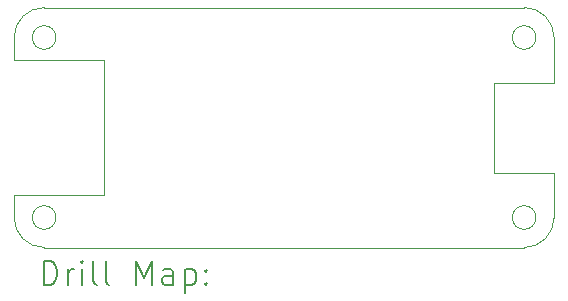
<source format=gbr>
%FSLAX45Y45*%
G04 Gerber Fmt 4.5, Leading zero omitted, Abs format (unit mm)*
G04 Created by KiCad (PCBNEW (6.0.0-0)) date 2023-05-28 12:30:23*
%MOMM*%
%LPD*%
G01*
G04 APERTURE LIST*
%TA.AperFunction,Profile*%
%ADD10C,0.100000*%
%TD*%
%ADD11C,0.200000*%
G04 APERTURE END LIST*
D10*
X12954000Y-10477500D02*
X12954000Y-9334500D01*
X16610000Y-10668000D02*
G75*
G03*
X16610000Y-10668000I-100000J0D01*
G01*
X16256000Y-9525000D02*
X16764000Y-9525000D01*
X12446000Y-8890000D02*
X16510000Y-8890000D01*
X12446000Y-8890000D02*
G75*
G03*
X12192000Y-9144000I0J-254000D01*
G01*
X12192000Y-10477500D02*
X12954000Y-10477500D01*
X16764000Y-9144000D02*
G75*
G03*
X16510000Y-8890000I-254000J0D01*
G01*
X16256000Y-10287000D02*
X16256000Y-9525000D01*
X12192000Y-10668000D02*
G75*
G03*
X12446000Y-10922000I254000J0D01*
G01*
X16610000Y-9144000D02*
G75*
G03*
X16610000Y-9144000I-100000J0D01*
G01*
X16764000Y-9525000D02*
X16764000Y-9144000D01*
X16764000Y-10287000D02*
X16256000Y-10287000D01*
X12192000Y-10477500D02*
X12192000Y-10668000D01*
X16764000Y-10668000D02*
X16764000Y-10287000D01*
X12192000Y-9334500D02*
X12192000Y-9144000D01*
X16510000Y-10922000D02*
X12446000Y-10922000D01*
X16510000Y-10922000D02*
G75*
G03*
X16764000Y-10668000I0J254000D01*
G01*
X12546000Y-10668000D02*
G75*
G03*
X12546000Y-10668000I-100000J0D01*
G01*
X12954000Y-9334500D02*
X12192000Y-9334500D01*
X12546000Y-9144000D02*
G75*
G03*
X12546000Y-9144000I-100000J0D01*
G01*
D11*
X12444619Y-11237476D02*
X12444619Y-11037476D01*
X12492238Y-11037476D01*
X12520809Y-11047000D01*
X12539857Y-11066048D01*
X12549381Y-11085095D01*
X12558905Y-11123190D01*
X12558905Y-11151762D01*
X12549381Y-11189857D01*
X12539857Y-11208905D01*
X12520809Y-11227952D01*
X12492238Y-11237476D01*
X12444619Y-11237476D01*
X12644619Y-11237476D02*
X12644619Y-11104143D01*
X12644619Y-11142238D02*
X12654143Y-11123190D01*
X12663667Y-11113667D01*
X12682714Y-11104143D01*
X12701762Y-11104143D01*
X12768428Y-11237476D02*
X12768428Y-11104143D01*
X12768428Y-11037476D02*
X12758905Y-11047000D01*
X12768428Y-11056524D01*
X12777952Y-11047000D01*
X12768428Y-11037476D01*
X12768428Y-11056524D01*
X12892238Y-11237476D02*
X12873190Y-11227952D01*
X12863667Y-11208905D01*
X12863667Y-11037476D01*
X12997000Y-11237476D02*
X12977952Y-11227952D01*
X12968428Y-11208905D01*
X12968428Y-11037476D01*
X13225571Y-11237476D02*
X13225571Y-11037476D01*
X13292238Y-11180333D01*
X13358905Y-11037476D01*
X13358905Y-11237476D01*
X13539857Y-11237476D02*
X13539857Y-11132714D01*
X13530333Y-11113667D01*
X13511286Y-11104143D01*
X13473190Y-11104143D01*
X13454143Y-11113667D01*
X13539857Y-11227952D02*
X13520809Y-11237476D01*
X13473190Y-11237476D01*
X13454143Y-11227952D01*
X13444619Y-11208905D01*
X13444619Y-11189857D01*
X13454143Y-11170810D01*
X13473190Y-11161286D01*
X13520809Y-11161286D01*
X13539857Y-11151762D01*
X13635095Y-11104143D02*
X13635095Y-11304143D01*
X13635095Y-11113667D02*
X13654143Y-11104143D01*
X13692238Y-11104143D01*
X13711286Y-11113667D01*
X13720809Y-11123190D01*
X13730333Y-11142238D01*
X13730333Y-11199381D01*
X13720809Y-11218428D01*
X13711286Y-11227952D01*
X13692238Y-11237476D01*
X13654143Y-11237476D01*
X13635095Y-11227952D01*
X13816048Y-11218428D02*
X13825571Y-11227952D01*
X13816048Y-11237476D01*
X13806524Y-11227952D01*
X13816048Y-11218428D01*
X13816048Y-11237476D01*
X13816048Y-11113667D02*
X13825571Y-11123190D01*
X13816048Y-11132714D01*
X13806524Y-11123190D01*
X13816048Y-11113667D01*
X13816048Y-11132714D01*
M02*

</source>
